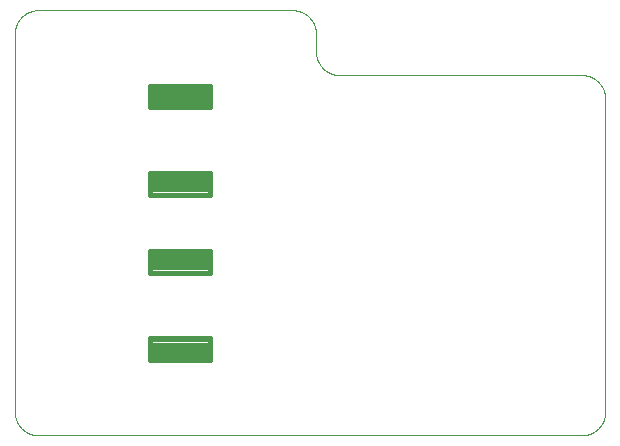
<source format=gbp>
G75*
%MOIN*%
%OFA0B0*%
%FSLAX25Y25*%
%IPPOS*%
%LPD*%
%AMOC8*
5,1,8,0,0,1.08239X$1,22.5*
%
%ADD10C,0.00000*%
%ADD11C,0.01811*%
D10*
X0086176Y0058146D02*
X0267279Y0058146D01*
X0267469Y0058148D01*
X0267659Y0058155D01*
X0267849Y0058167D01*
X0268039Y0058183D01*
X0268228Y0058203D01*
X0268417Y0058229D01*
X0268605Y0058258D01*
X0268792Y0058293D01*
X0268978Y0058332D01*
X0269163Y0058375D01*
X0269348Y0058423D01*
X0269531Y0058475D01*
X0269712Y0058531D01*
X0269892Y0058592D01*
X0270071Y0058658D01*
X0270248Y0058727D01*
X0270424Y0058801D01*
X0270597Y0058879D01*
X0270769Y0058962D01*
X0270938Y0059048D01*
X0271106Y0059138D01*
X0271271Y0059233D01*
X0271434Y0059331D01*
X0271594Y0059434D01*
X0271752Y0059540D01*
X0271907Y0059650D01*
X0272060Y0059763D01*
X0272210Y0059881D01*
X0272356Y0060002D01*
X0272500Y0060126D01*
X0272641Y0060254D01*
X0272779Y0060385D01*
X0272914Y0060520D01*
X0273045Y0060658D01*
X0273173Y0060799D01*
X0273297Y0060943D01*
X0273418Y0061089D01*
X0273536Y0061239D01*
X0273649Y0061392D01*
X0273759Y0061547D01*
X0273865Y0061705D01*
X0273968Y0061865D01*
X0274066Y0062028D01*
X0274161Y0062193D01*
X0274251Y0062361D01*
X0274337Y0062530D01*
X0274420Y0062702D01*
X0274498Y0062875D01*
X0274572Y0063051D01*
X0274641Y0063228D01*
X0274707Y0063407D01*
X0274768Y0063587D01*
X0274824Y0063768D01*
X0274876Y0063951D01*
X0274924Y0064136D01*
X0274967Y0064321D01*
X0275006Y0064507D01*
X0275041Y0064694D01*
X0275070Y0064882D01*
X0275096Y0065071D01*
X0275116Y0065260D01*
X0275132Y0065450D01*
X0275144Y0065640D01*
X0275151Y0065830D01*
X0275153Y0066020D01*
X0275153Y0170350D01*
X0275151Y0170540D01*
X0275144Y0170730D01*
X0275132Y0170920D01*
X0275116Y0171110D01*
X0275096Y0171299D01*
X0275070Y0171488D01*
X0275041Y0171676D01*
X0275006Y0171863D01*
X0274967Y0172049D01*
X0274924Y0172234D01*
X0274876Y0172419D01*
X0274824Y0172602D01*
X0274768Y0172783D01*
X0274707Y0172963D01*
X0274641Y0173142D01*
X0274572Y0173319D01*
X0274498Y0173495D01*
X0274420Y0173668D01*
X0274337Y0173840D01*
X0274251Y0174009D01*
X0274161Y0174177D01*
X0274066Y0174342D01*
X0273968Y0174505D01*
X0273865Y0174665D01*
X0273759Y0174823D01*
X0273649Y0174978D01*
X0273536Y0175131D01*
X0273418Y0175281D01*
X0273297Y0175427D01*
X0273173Y0175571D01*
X0273045Y0175712D01*
X0272914Y0175850D01*
X0272779Y0175985D01*
X0272641Y0176116D01*
X0272500Y0176244D01*
X0272356Y0176368D01*
X0272210Y0176489D01*
X0272060Y0176607D01*
X0271907Y0176720D01*
X0271752Y0176830D01*
X0271594Y0176936D01*
X0271434Y0177039D01*
X0271271Y0177137D01*
X0271106Y0177232D01*
X0270938Y0177322D01*
X0270769Y0177408D01*
X0270597Y0177491D01*
X0270424Y0177569D01*
X0270248Y0177643D01*
X0270071Y0177712D01*
X0269892Y0177778D01*
X0269712Y0177839D01*
X0269531Y0177895D01*
X0269348Y0177947D01*
X0269163Y0177995D01*
X0268978Y0178038D01*
X0268792Y0178077D01*
X0268605Y0178112D01*
X0268417Y0178141D01*
X0268228Y0178167D01*
X0268039Y0178187D01*
X0267849Y0178203D01*
X0267659Y0178215D01*
X0267469Y0178222D01*
X0267279Y0178224D01*
X0186570Y0178224D01*
X0186380Y0178226D01*
X0186190Y0178233D01*
X0186000Y0178245D01*
X0185810Y0178261D01*
X0185621Y0178281D01*
X0185432Y0178307D01*
X0185244Y0178336D01*
X0185057Y0178371D01*
X0184871Y0178410D01*
X0184686Y0178453D01*
X0184501Y0178501D01*
X0184318Y0178553D01*
X0184137Y0178609D01*
X0183957Y0178670D01*
X0183778Y0178736D01*
X0183601Y0178805D01*
X0183425Y0178879D01*
X0183252Y0178957D01*
X0183080Y0179040D01*
X0182911Y0179126D01*
X0182743Y0179216D01*
X0182578Y0179311D01*
X0182415Y0179409D01*
X0182255Y0179512D01*
X0182097Y0179618D01*
X0181942Y0179728D01*
X0181789Y0179841D01*
X0181639Y0179959D01*
X0181493Y0180080D01*
X0181349Y0180204D01*
X0181208Y0180332D01*
X0181070Y0180463D01*
X0180935Y0180598D01*
X0180804Y0180736D01*
X0180676Y0180877D01*
X0180552Y0181021D01*
X0180431Y0181167D01*
X0180313Y0181317D01*
X0180200Y0181470D01*
X0180090Y0181625D01*
X0179984Y0181783D01*
X0179881Y0181943D01*
X0179783Y0182106D01*
X0179688Y0182271D01*
X0179598Y0182439D01*
X0179512Y0182608D01*
X0179429Y0182780D01*
X0179351Y0182953D01*
X0179277Y0183129D01*
X0179208Y0183306D01*
X0179142Y0183485D01*
X0179081Y0183665D01*
X0179025Y0183846D01*
X0178973Y0184029D01*
X0178925Y0184214D01*
X0178882Y0184399D01*
X0178843Y0184585D01*
X0178808Y0184772D01*
X0178779Y0184960D01*
X0178753Y0185149D01*
X0178733Y0185338D01*
X0178717Y0185528D01*
X0178705Y0185718D01*
X0178698Y0185908D01*
X0178696Y0186098D01*
X0178696Y0192004D01*
X0178694Y0192194D01*
X0178687Y0192384D01*
X0178675Y0192574D01*
X0178659Y0192764D01*
X0178639Y0192953D01*
X0178613Y0193142D01*
X0178584Y0193330D01*
X0178549Y0193517D01*
X0178510Y0193703D01*
X0178467Y0193888D01*
X0178419Y0194073D01*
X0178367Y0194256D01*
X0178311Y0194437D01*
X0178250Y0194617D01*
X0178184Y0194796D01*
X0178115Y0194973D01*
X0178041Y0195149D01*
X0177963Y0195322D01*
X0177880Y0195494D01*
X0177794Y0195663D01*
X0177704Y0195831D01*
X0177609Y0195996D01*
X0177511Y0196159D01*
X0177408Y0196319D01*
X0177302Y0196477D01*
X0177192Y0196632D01*
X0177079Y0196785D01*
X0176961Y0196935D01*
X0176840Y0197081D01*
X0176716Y0197225D01*
X0176588Y0197366D01*
X0176457Y0197504D01*
X0176322Y0197639D01*
X0176184Y0197770D01*
X0176043Y0197898D01*
X0175899Y0198022D01*
X0175753Y0198143D01*
X0175603Y0198261D01*
X0175450Y0198374D01*
X0175295Y0198484D01*
X0175137Y0198590D01*
X0174977Y0198693D01*
X0174814Y0198791D01*
X0174649Y0198886D01*
X0174481Y0198976D01*
X0174312Y0199062D01*
X0174140Y0199145D01*
X0173967Y0199223D01*
X0173791Y0199297D01*
X0173614Y0199366D01*
X0173435Y0199432D01*
X0173255Y0199493D01*
X0173074Y0199549D01*
X0172891Y0199601D01*
X0172706Y0199649D01*
X0172521Y0199692D01*
X0172335Y0199731D01*
X0172148Y0199766D01*
X0171960Y0199795D01*
X0171771Y0199821D01*
X0171582Y0199841D01*
X0171392Y0199857D01*
X0171202Y0199869D01*
X0171012Y0199876D01*
X0170822Y0199878D01*
X0086176Y0199878D01*
X0085986Y0199876D01*
X0085796Y0199869D01*
X0085606Y0199857D01*
X0085416Y0199841D01*
X0085227Y0199821D01*
X0085038Y0199795D01*
X0084850Y0199766D01*
X0084663Y0199731D01*
X0084477Y0199692D01*
X0084292Y0199649D01*
X0084107Y0199601D01*
X0083924Y0199549D01*
X0083743Y0199493D01*
X0083563Y0199432D01*
X0083384Y0199366D01*
X0083207Y0199297D01*
X0083031Y0199223D01*
X0082858Y0199145D01*
X0082686Y0199062D01*
X0082517Y0198976D01*
X0082349Y0198886D01*
X0082184Y0198791D01*
X0082021Y0198693D01*
X0081861Y0198590D01*
X0081703Y0198484D01*
X0081548Y0198374D01*
X0081395Y0198261D01*
X0081245Y0198143D01*
X0081099Y0198022D01*
X0080955Y0197898D01*
X0080814Y0197770D01*
X0080676Y0197639D01*
X0080541Y0197504D01*
X0080410Y0197366D01*
X0080282Y0197225D01*
X0080158Y0197081D01*
X0080037Y0196935D01*
X0079919Y0196785D01*
X0079806Y0196632D01*
X0079696Y0196477D01*
X0079590Y0196319D01*
X0079487Y0196159D01*
X0079389Y0195996D01*
X0079294Y0195831D01*
X0079204Y0195663D01*
X0079118Y0195494D01*
X0079035Y0195322D01*
X0078957Y0195149D01*
X0078883Y0194973D01*
X0078814Y0194796D01*
X0078748Y0194617D01*
X0078687Y0194437D01*
X0078631Y0194256D01*
X0078579Y0194073D01*
X0078531Y0193888D01*
X0078488Y0193703D01*
X0078449Y0193517D01*
X0078414Y0193330D01*
X0078385Y0193142D01*
X0078359Y0192953D01*
X0078339Y0192764D01*
X0078323Y0192574D01*
X0078311Y0192384D01*
X0078304Y0192194D01*
X0078302Y0192004D01*
X0078302Y0066020D01*
X0078304Y0065830D01*
X0078311Y0065640D01*
X0078323Y0065450D01*
X0078339Y0065260D01*
X0078359Y0065071D01*
X0078385Y0064882D01*
X0078414Y0064694D01*
X0078449Y0064507D01*
X0078488Y0064321D01*
X0078531Y0064136D01*
X0078579Y0063951D01*
X0078631Y0063768D01*
X0078687Y0063587D01*
X0078748Y0063407D01*
X0078814Y0063228D01*
X0078883Y0063051D01*
X0078957Y0062875D01*
X0079035Y0062702D01*
X0079118Y0062530D01*
X0079204Y0062361D01*
X0079294Y0062193D01*
X0079389Y0062028D01*
X0079487Y0061865D01*
X0079590Y0061705D01*
X0079696Y0061547D01*
X0079806Y0061392D01*
X0079919Y0061239D01*
X0080037Y0061089D01*
X0080158Y0060943D01*
X0080282Y0060799D01*
X0080410Y0060658D01*
X0080541Y0060520D01*
X0080676Y0060385D01*
X0080814Y0060254D01*
X0080955Y0060126D01*
X0081099Y0060002D01*
X0081245Y0059881D01*
X0081395Y0059763D01*
X0081548Y0059650D01*
X0081703Y0059540D01*
X0081861Y0059434D01*
X0082021Y0059331D01*
X0082184Y0059233D01*
X0082349Y0059138D01*
X0082517Y0059048D01*
X0082686Y0058962D01*
X0082858Y0058879D01*
X0083031Y0058801D01*
X0083207Y0058727D01*
X0083384Y0058658D01*
X0083563Y0058592D01*
X0083743Y0058531D01*
X0083924Y0058475D01*
X0084107Y0058423D01*
X0084292Y0058375D01*
X0084477Y0058332D01*
X0084663Y0058293D01*
X0084850Y0058258D01*
X0085038Y0058229D01*
X0085227Y0058203D01*
X0085416Y0058183D01*
X0085606Y0058167D01*
X0085796Y0058155D01*
X0085986Y0058148D01*
X0086176Y0058146D01*
D11*
X0143539Y0083264D02*
X0143539Y0090508D01*
X0143539Y0083264D02*
X0123303Y0083264D01*
X0123303Y0090508D01*
X0143539Y0090508D01*
X0143539Y0084984D02*
X0123303Y0084984D01*
X0123303Y0086704D02*
X0143539Y0086704D01*
X0143539Y0088424D02*
X0123303Y0088424D01*
X0123303Y0090144D02*
X0143539Y0090144D01*
X0143539Y0112398D02*
X0143539Y0119642D01*
X0143539Y0112398D02*
X0123303Y0112398D01*
X0123303Y0119642D01*
X0143539Y0119642D01*
X0143539Y0114118D02*
X0123303Y0114118D01*
X0123303Y0115838D02*
X0143539Y0115838D01*
X0143539Y0117558D02*
X0123303Y0117558D01*
X0123303Y0119278D02*
X0143539Y0119278D01*
X0143539Y0138382D02*
X0143539Y0145626D01*
X0143539Y0138382D02*
X0123303Y0138382D01*
X0123303Y0145626D01*
X0143539Y0145626D01*
X0143539Y0140102D02*
X0123303Y0140102D01*
X0123303Y0141822D02*
X0143539Y0141822D01*
X0143539Y0143542D02*
X0123303Y0143542D01*
X0123303Y0145262D02*
X0143539Y0145262D01*
X0143539Y0167516D02*
X0143539Y0174760D01*
X0143539Y0167516D02*
X0123303Y0167516D01*
X0123303Y0174760D01*
X0143539Y0174760D01*
X0143539Y0169236D02*
X0123303Y0169236D01*
X0123303Y0170956D02*
X0143539Y0170956D01*
X0143539Y0172676D02*
X0123303Y0172676D01*
X0123303Y0174396D02*
X0143539Y0174396D01*
M02*

</source>
